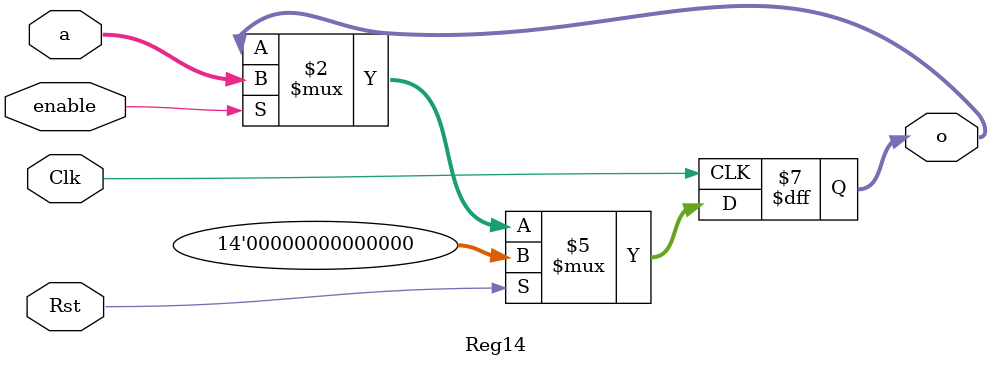
<source format=v>
`timescale 1ns/1ns
module Reg14 ( a
              ,o
              ,Rst
              ,Clk
              ,enable);
  input[13:0]
           a;
  input 
          Rst;
  input   
          enable;
  input 
          Clk;
  output reg[13:0] 
          o;
  
  always@(posedge Clk)
  begin
    if(Rst)
        o <= 14'b0;
      
      
    else if(enable)     
        o <= a;
      
    end
    
  endmodule

</source>
